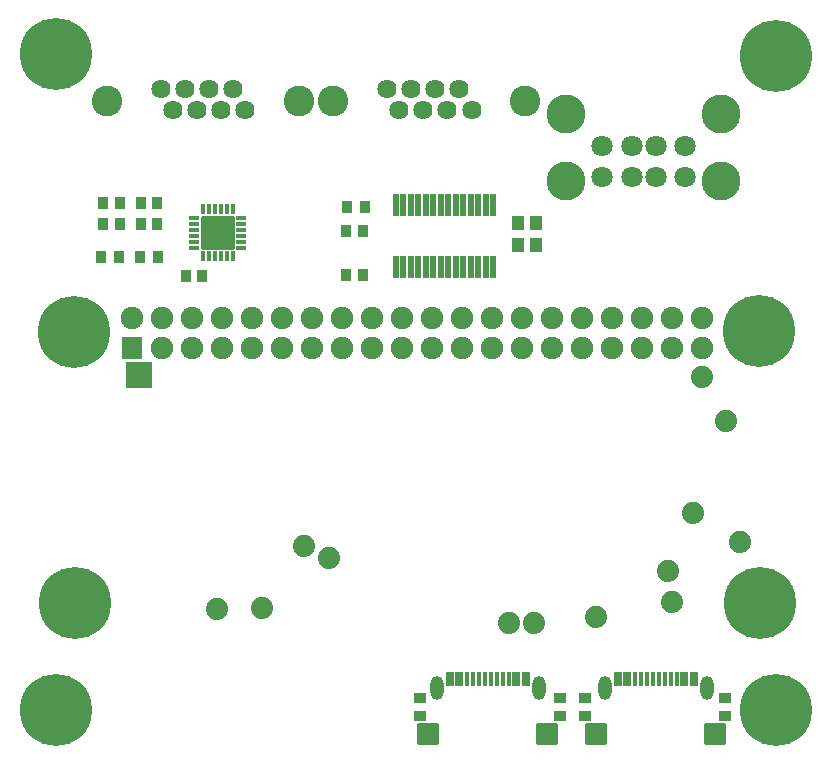
<source format=gts>
G04 Layer: TopSolderMaskLayer*
G04 EasyEDA v6.5.51, 2025-12-13 04:46:10*
G04 afe304bc349a47aca8f85fda98863c0f,54a2198792e84a5b8b180a78bcbfafa7,10*
G04 Gerber Generator version 0.2*
G04 Scale: 100 percent, Rotated: No, Reflected: No *
G04 Dimensions in inches *
G04 leading zeros omitted , absolute positions ,3 integer and 6 decimal *
%FSLAX36Y36*%
%MOIN*%

%AMMACRO1*4,1,8,-0.0126,-0.0246,-0.0138,-0.0235,-0.0138,0.0235,-0.0126,0.0246,0.0126,0.0246,0.0138,0.0235,0.0138,-0.0235,0.0126,-0.0246,-0.0126,-0.0246,0*%
%AMMACRO2*4,1,8,-0.0067,-0.0246,-0.0079,-0.0235,-0.0079,0.0235,-0.0067,0.0246,0.0067,0.0246,0.0079,0.0235,0.0079,-0.0235,0.0067,-0.0246,-0.0067,-0.0246,0*%
%AMMACRO3*4,1,8,-0.0343,-0.0355,-0.0355,-0.0343,-0.0355,0.0343,-0.0343,0.0355,0.0343,0.0355,0.0355,0.0343,0.0355,-0.0343,0.0343,-0.0355,-0.0343,-0.0355,0*%
%AMMACRO4*4,1,8,-0.041,-0.0434,-0.0434,-0.041,-0.0434,0.041,-0.041,0.0434,0.041,0.0434,0.0434,0.041,0.0434,-0.041,0.041,-0.0434,-0.041,-0.0434,0*%
%AMMACRO5*4,1,8,-0.0318,-0.0374,-0.033,-0.0363,-0.033,0.0363,-0.0318,0.0374,0.0318,0.0374,0.033,0.0363,0.033,-0.0363,0.0318,-0.0374,-0.0318,-0.0374,0*%
%AMMACRO6*4,1,8,-0.0166,-0.0197,-0.0177,-0.0185,-0.0177,0.0185,-0.0166,0.0197,0.0166,0.0197,0.0177,0.0185,0.0177,-0.0185,0.0166,-0.0197,-0.0166,-0.0197,0*%
%AMMACRO7*4,1,8,-0.0178,-0.0179,-0.019,-0.0167,-0.019,0.0167,-0.0178,0.0179,0.0178,0.0179,0.019,0.0167,0.019,-0.0167,0.0178,-0.0179,-0.0178,-0.0179,0*%
%AMMACRO8*4,1,8,-0.0167,-0.019,-0.0179,-0.0178,-0.0179,0.0178,-0.0167,0.019,0.0167,0.019,0.0179,0.0178,0.0179,-0.0178,0.0167,-0.019,-0.0167,-0.019,0*%
%AMMACRO9*4,1,8,-0.0077,-0.0365,-0.0089,-0.0353,-0.0089,0.0353,-0.0077,0.0365,0.0077,0.0365,0.0089,0.0353,0.0089,-0.0353,0.0077,-0.0365,-0.0077,-0.0365,0*%
%AMMACRO10*4,1,8,-0.0185,-0.0217,-0.0197,-0.0205,-0.0197,0.0205,-0.0185,0.0217,0.0185,0.0217,0.0197,0.0205,0.0197,-0.0205,0.0185,-0.0217,-0.0185,-0.0217,0*%
%AMMACRO11*4,1,8,-0.054,-0.0551,-0.0551,-0.054,-0.0551,0.054,-0.054,0.0551,0.054,0.0551,0.0551,0.054,0.0551,-0.054,0.054,-0.0551,-0.054,-0.0551,0*%
%ADD10MACRO1*%
%ADD11MACRO2*%
%ADD12MACRO3*%
%ADD13O,0.04337X0.078803*%
%ADD14MACRO4*%
%ADD15C,0.0143*%
%ADD16C,0.0749*%
%ADD17C,0.0740*%
%ADD18C,0.0740*%
%ADD19C,0.2402*%
%ADD20MACRO5*%
%ADD21C,0.1024*%
%ADD22C,0.0640*%
%ADD23MACRO6*%
%ADD24MACRO7*%
%ADD25MACRO8*%
%ADD26MACRO9*%
%ADD27C,0.0709*%
%ADD28C,0.1299*%
%ADD29MACRO10*%
%ADD30O,0.015024X0.035496*%
%ADD31O,0.035496X0.015024*%
%ADD32MACRO11*%

%LPD*%
D10*
G01*
X2565984Y1788D03*
G01*
X2534487Y1788D03*
D11*
G01*
X2508895Y1788D03*
G01*
X2489213Y1788D03*
G01*
X2469529Y1788D03*
G01*
X2449845Y1788D03*
G01*
X2430160Y1788D03*
G01*
X2410476Y1788D03*
G01*
X2390790Y1788D03*
G01*
X2371105Y1788D03*
D10*
G01*
X2345512Y1788D03*
G01*
X2314015Y1788D03*
D12*
G01*
X2637833Y-181783D03*
G01*
X2242165Y-181783D03*
D13*
G01*
X2610280Y-28249D03*
G01*
X2269729Y-28249D03*
D10*
G01*
X3125984Y1788D03*
G01*
X3094487Y1788D03*
D11*
G01*
X3068895Y1788D03*
G01*
X3049213Y1788D03*
G01*
X3029529Y1788D03*
G01*
X3009845Y1788D03*
G01*
X2990160Y1788D03*
G01*
X2970476Y1788D03*
G01*
X2950790Y1788D03*
G01*
X2931105Y1788D03*
D10*
G01*
X2905512Y1788D03*
G01*
X2874015Y1788D03*
D12*
G01*
X3197833Y-181783D03*
G01*
X2802165Y-181783D03*
D13*
G01*
X3170280Y-28249D03*
G01*
X2829729Y-28249D03*
D14*
G01*
X1277877Y1014810D03*
D16*
G01*
X3154449Y1205870D03*
D17*
G01*
X1538119Y234499D03*
G01*
X1687719Y239220D03*
G01*
X1827489Y445909D03*
G01*
X2510559Y190010D03*
G01*
X1911340Y406539D03*
G01*
X2594409Y190010D03*
G01*
X2801499Y209299D03*
G01*
X3053080Y259690D03*
D18*
G01*
X3040860Y362440D03*
D17*
G01*
X3125000Y555000D03*
G01*
X3152680Y1007719D03*
G01*
X3234179Y861660D03*
G01*
X3279449Y460869D03*
D19*
G01*
X1059449Y1160870D03*
G01*
X3345720Y255850D03*
G01*
X1062219Y255850D03*
G01*
X3344420Y1162750D03*
D20*
G01*
X1254448Y1105870D03*
D16*
G01*
X1254449Y1205870D03*
G01*
X1354449Y1105870D03*
G01*
X1354449Y1205870D03*
G01*
X1454449Y1105870D03*
G01*
X1454449Y1205870D03*
G01*
X1554449Y1105870D03*
G01*
X1554449Y1205870D03*
G01*
X1654449Y1105870D03*
G01*
X1654449Y1205870D03*
G01*
X1754449Y1105870D03*
G01*
X1754449Y1205870D03*
G01*
X1854449Y1105870D03*
G01*
X1854449Y1205870D03*
G01*
X1954449Y1105870D03*
G01*
X1954449Y1205870D03*
G01*
X2054449Y1105870D03*
G01*
X2054449Y1205870D03*
G01*
X2154449Y1105870D03*
G01*
X2154449Y1205870D03*
G01*
X2254449Y1105870D03*
G01*
X2254449Y1205870D03*
G01*
X2354449Y1105870D03*
G01*
X2354449Y1205870D03*
G01*
X2454449Y1105870D03*
G01*
X2454449Y1205870D03*
G01*
X2554449Y1105870D03*
G01*
X2554449Y1205870D03*
G01*
X2654449Y1105870D03*
G01*
X2654449Y1205870D03*
G01*
X2754449Y1105870D03*
G01*
X2754449Y1205870D03*
G01*
X2854449Y1105870D03*
G01*
X2854449Y1205870D03*
G01*
X2954449Y1105870D03*
G01*
X2954449Y1205870D03*
G01*
X3054449Y1105870D03*
G01*
X3054449Y1205870D03*
G01*
X3154449Y1105870D03*
D21*
G01*
X1169920Y1929879D03*
G01*
X1810079Y1929879D03*
D22*
G01*
X1630550Y1899960D03*
G01*
X1590389Y1970039D03*
G01*
X1550240Y1899960D03*
G01*
X1510079Y1970039D03*
G01*
X1469920Y1899960D03*
G01*
X1429759Y1970039D03*
G01*
X1389610Y1899960D03*
G01*
X1349449Y1970039D03*
D23*
G01*
X2022559Y1350000D03*
G01*
X1967440Y1350000D03*
G01*
X2022559Y1495000D03*
G01*
X1967440Y1495000D03*
D24*
G01*
X2680000Y-60344D03*
G01*
X2680000Y-119655D03*
G01*
X2215000Y-60344D03*
G01*
X2215000Y-119655D03*
D25*
G01*
X2029655Y1575000D03*
G01*
X1970344Y1575000D03*
D21*
G01*
X1924920Y1929879D03*
G01*
X2565079Y1929879D03*
D22*
G01*
X2385550Y1899960D03*
G01*
X2345389Y1970039D03*
G01*
X2305240Y1899960D03*
G01*
X2265079Y1970039D03*
G01*
X2224920Y1899960D03*
G01*
X2184759Y1970039D03*
G01*
X2144610Y1899960D03*
G01*
X2104449Y1970039D03*
D26*
G01*
X2457500Y1376630D03*
G01*
X2432500Y1376630D03*
G01*
X2407500Y1376630D03*
G01*
X2382500Y1376630D03*
G01*
X2357500Y1376630D03*
G01*
X2332500Y1376630D03*
G01*
X2307500Y1376630D03*
G01*
X2282500Y1376630D03*
G01*
X2257500Y1376630D03*
G01*
X2232500Y1376630D03*
G01*
X2207500Y1376630D03*
G01*
X2182501Y1376630D03*
G01*
X2157501Y1376630D03*
G01*
X2132501Y1376630D03*
G01*
X2132501Y1583370D03*
G01*
X2157501Y1583370D03*
G01*
X2182501Y1583370D03*
G01*
X2207500Y1583370D03*
G01*
X2232500Y1583370D03*
G01*
X2257500Y1583370D03*
G01*
X2282500Y1583370D03*
G01*
X2307500Y1583370D03*
G01*
X2332500Y1583370D03*
G01*
X2357500Y1583370D03*
G01*
X2382500Y1583370D03*
G01*
X2407500Y1583370D03*
G01*
X2432500Y1583370D03*
G01*
X2457500Y1583370D03*
D27*
G01*
X3097799Y1780509D03*
G01*
X2999369Y1780509D03*
G01*
X2920630Y1780509D03*
G01*
X2822200Y1780509D03*
D28*
G01*
X2701340Y1662790D03*
G01*
X3218660Y1662790D03*
G01*
X2701340Y1887199D03*
G01*
X3218660Y1887199D03*
D27*
G01*
X3097799Y1677359D03*
G01*
X2999369Y1677359D03*
G01*
X2920630Y1677359D03*
G01*
X2822200Y1677359D03*
D29*
G01*
X2539486Y1448585D03*
G01*
X2539485Y1521416D03*
G01*
X2600515Y1521416D03*
G01*
X2600515Y1448585D03*
D23*
G01*
X1157440Y1520000D03*
G01*
X1212559Y1520000D03*
G01*
X1337559Y1590000D03*
G01*
X1282440Y1590000D03*
G01*
X1487559Y1345000D03*
G01*
X1432440Y1345000D03*
D25*
G01*
X1209655Y1410000D03*
G01*
X1150344Y1410000D03*
G01*
X1280344Y1410000D03*
G01*
X1339655Y1410000D03*
D30*
G01*
X1589210Y1568730D03*
G01*
X1569530Y1568730D03*
G01*
X1549840Y1568730D03*
G01*
X1530159Y1568730D03*
G01*
X1510469Y1568730D03*
G01*
X1490780Y1568730D03*
D31*
G01*
X1461260Y1539200D03*
G01*
X1461260Y1519520D03*
G01*
X1461260Y1499830D03*
G01*
X1461260Y1480149D03*
G01*
X1461260Y1460459D03*
G01*
X1461260Y1440779D03*
D30*
G01*
X1490780Y1411250D03*
G01*
X1510469Y1411250D03*
G01*
X1530159Y1411250D03*
G01*
X1549840Y1411250D03*
G01*
X1569530Y1411250D03*
G01*
X1588900Y1411250D03*
D31*
G01*
X1618729Y1440779D03*
G01*
X1618729Y1460459D03*
G01*
X1618729Y1480149D03*
G01*
X1618729Y1499830D03*
G01*
X1618729Y1519520D03*
G01*
X1618729Y1539200D03*
D32*
G01*
X1539500Y1490000D03*
D24*
G01*
X3230000Y-60344D03*
G01*
X3230000Y-119655D03*
G01*
X2765000Y-60344D03*
G01*
X2765000Y-119655D03*
D23*
G01*
X1157440Y1590000D03*
G01*
X1212559Y1590000D03*
G01*
X1337559Y1520000D03*
G01*
X1282440Y1520000D03*
D19*
G01*
X1000000Y2085000D03*
G01*
X3400000Y2080000D03*
G01*
X3400000Y-100000D03*
G01*
X1000000Y-100000D03*
M02*

</source>
